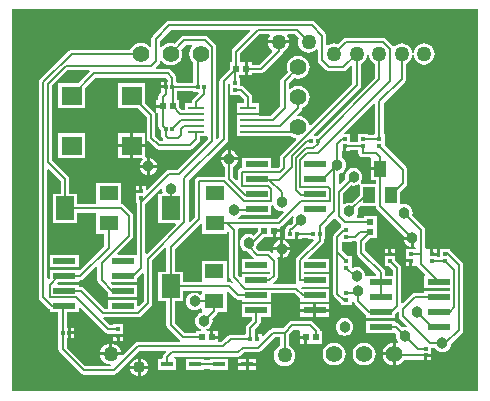
<source format=gtl>
G04 Layer_Physical_Order=1*
G04 Layer_Color=255*
%FSLAX24Y24*%
%MOIN*%
G70*
G01*
G75*
%ADD10R,0.0780X0.0210*%
%ADD11R,0.0708X0.0629*%
%ADD12R,0.0142X0.0134*%
%ADD13R,0.0213X0.0236*%
%ADD14R,0.0630X0.0512*%
%ADD15R,0.0630X0.0787*%
%ADD16R,0.0134X0.0142*%
%ADD17R,0.0520X0.0110*%
%ADD18R,0.0236X0.0213*%
%ADD19R,0.0394X0.0551*%
%ADD20R,0.0409X0.0181*%
%ADD21C,0.0080*%
%ADD22C,0.0550*%
%ADD23C,0.0500*%
%ADD24C,0.0380*%
%ADD25C,0.0400*%
G36*
X0Y0D02*
X-15550D01*
Y12750D01*
X0D01*
Y0D01*
D02*
G37*
%LPC*%
G36*
X-5789Y1750D02*
X-5945D01*
Y1582D01*
X-5789D01*
Y1750D01*
D02*
G37*
G36*
X-8668Y2018D02*
X-8824D01*
Y1850D01*
X-8668D01*
Y2018D01*
D02*
G37*
G36*
X-2850Y1622D02*
X-2898Y1615D01*
X-2989Y1578D01*
X-3067Y1517D01*
X-3128Y1439D01*
X-3165Y1348D01*
X-3172Y1300D01*
X-2850D01*
Y1622D01*
D02*
G37*
G36*
X-1579Y1150D02*
X-1700D01*
Y1033D01*
X-1579D01*
Y1150D01*
D02*
G37*
G36*
X-8332Y1091D02*
X-8942D01*
Y1043D01*
X-9127D01*
Y1091D01*
X-9736D01*
Y709D01*
X-9127D01*
Y757D01*
X-8942D01*
Y709D01*
X-8332D01*
Y1091D01*
D02*
G37*
G36*
X-4450Y2442D02*
X-4526Y2433D01*
X-4596Y2403D01*
X-4657Y2357D01*
X-4703Y2296D01*
X-4733Y2226D01*
X-4742Y2150D01*
X-4733Y2074D01*
X-4703Y2004D01*
X-4657Y1943D01*
X-4596Y1897D01*
X-4526Y1867D01*
X-4450Y1857D01*
X-4374Y1867D01*
X-4304Y1897D01*
X-4243Y1943D01*
X-4197Y2004D01*
X-4167Y2074D01*
X-4157Y2150D01*
X-4167Y2226D01*
X-4197Y2296D01*
X-4243Y2357D01*
X-4304Y2403D01*
X-4374Y2433D01*
X-4450Y2442D01*
D02*
G37*
G36*
X-4963Y2905D02*
X-5403D01*
Y2750D01*
X-4963D01*
Y2905D01*
D02*
G37*
G36*
X-1500Y4737D02*
Y4620D01*
X-1379D01*
Y4737D01*
X-1500D01*
D02*
G37*
G36*
X-5503Y2905D02*
X-5943D01*
Y2750D01*
X-5503D01*
Y2905D01*
D02*
G37*
G36*
Y2650D02*
X-5943D01*
Y2495D01*
X-5503D01*
Y2650D01*
D02*
G37*
G36*
X-4963D02*
X-5403D01*
Y2495D01*
X-4963D01*
Y2650D01*
D02*
G37*
G36*
X-7395Y1091D02*
X-7650D01*
Y950D01*
X-7395D01*
Y1091D01*
D02*
G37*
G36*
X-7750Y850D02*
X-8005D01*
Y709D01*
X-7750D01*
Y850D01*
D02*
G37*
G36*
X-7395D02*
X-7650D01*
Y709D01*
X-7395D01*
Y850D01*
D02*
G37*
G36*
X-11004Y750D02*
X-11250D01*
Y504D01*
X-11222Y508D01*
X-11149Y538D01*
X-11086Y586D01*
X-11038Y649D01*
X-11008Y722D01*
X-11004Y750D01*
D02*
G37*
G36*
X-5550Y12343D02*
X-5550Y12343D01*
X-10300D01*
X-10300Y12343D01*
X-10355Y12332D01*
X-10401Y12301D01*
X-10401Y12301D01*
X-10851Y11851D01*
X-10882Y11805D01*
X-10893Y11750D01*
X-10893Y11750D01*
Y11483D01*
X-10943Y11466D01*
X-10983Y11517D01*
X-11061Y11578D01*
X-11152Y11615D01*
X-11250Y11628D01*
X-11348Y11615D01*
X-11439Y11578D01*
X-11517Y11517D01*
X-11578Y11439D01*
X-11597Y11393D01*
X-13550D01*
X-13550Y11393D01*
X-13605Y11382D01*
X-13651Y11351D01*
X-13651Y11351D01*
X-14601Y10401D01*
X-14632Y10355D01*
X-14643Y10300D01*
X-14643Y10300D01*
Y3150D01*
X-14643Y3150D01*
X-14632Y3095D01*
X-14601Y3049D01*
X-14301Y2749D01*
X-14301Y2749D01*
X-14283Y2737D01*
Y2645D01*
X-13993D01*
Y2121D01*
X-14017D01*
Y1779D01*
X-13993D01*
Y1400D01*
X-13993Y1400D01*
X-13982Y1345D01*
X-13951Y1299D01*
X-13251Y599D01*
X-13251Y599D01*
X-13205Y568D01*
X-13150Y557D01*
X-12150D01*
X-12150Y557D01*
X-12095Y568D01*
X-12049Y599D01*
X-11291Y1357D01*
X-10410D01*
X-10391Y1311D01*
X-10469Y1232D01*
X-10500Y1186D01*
X-10511Y1132D01*
X-10539Y1091D01*
X-10673D01*
Y709D01*
X-10064D01*
Y1091D01*
X-10104D01*
X-10129Y1141D01*
X-10117Y1157D01*
X-8000D01*
X-8000Y1157D01*
X-7945Y1168D01*
X-7899Y1199D01*
X-7791Y1307D01*
X-7349D01*
X-7349Y1307D01*
X-7294Y1318D01*
X-7248Y1349D01*
X-6780Y1817D01*
X-6593D01*
Y1520D01*
X-6627Y1506D01*
X-6700Y1450D01*
X-6756Y1377D01*
X-6791Y1291D01*
X-6803Y1200D01*
X-6791Y1109D01*
X-6756Y1023D01*
X-6700Y950D01*
X-6627Y894D01*
X-6541Y859D01*
X-6450Y847D01*
X-6359Y859D01*
X-6273Y894D01*
X-6200Y950D01*
X-6144Y1023D01*
X-6109Y1109D01*
X-6097Y1200D01*
X-6109Y1291D01*
X-6144Y1377D01*
X-6200Y1450D01*
X-6273Y1506D01*
X-6307Y1520D01*
Y1900D01*
X-6150Y2057D01*
X-5971D01*
X-5945Y2018D01*
Y1850D01*
X-5739D01*
Y1800D01*
X-5689D01*
Y1582D01*
X-5194D01*
Y2018D01*
X-5261D01*
X-5268Y2055D01*
X-5299Y2101D01*
X-5299Y2101D01*
X-5499Y2301D01*
X-5545Y2332D01*
X-5600Y2343D01*
X-5600Y2343D01*
X-6210D01*
X-6210Y2343D01*
X-6264Y2332D01*
X-6310Y2301D01*
X-6310Y2301D01*
X-6509Y2102D01*
X-6839D01*
X-6839Y2102D01*
X-6894Y2091D01*
X-6940Y2060D01*
X-6940Y2060D01*
X-7160Y1841D01*
X-7206Y1860D01*
Y1921D01*
X-7323D01*
Y1750D01*
X-7423D01*
Y1921D01*
X-7451D01*
Y2061D01*
X-7292Y2219D01*
X-7292Y2219D01*
X-7261Y2265D01*
X-7251Y2320D01*
X-7251Y2320D01*
Y2495D01*
X-6903D01*
Y2905D01*
X-7883D01*
Y2495D01*
X-7536D01*
Y2379D01*
X-7694Y2221D01*
X-7725Y2175D01*
X-7736Y2120D01*
X-7736Y2120D01*
Y1921D01*
X-7760D01*
Y1893D01*
X-8250D01*
X-8305Y1882D01*
X-8351Y1851D01*
X-8351Y1851D01*
X-8559Y1643D01*
X-8668D01*
Y1750D01*
X-8874D01*
Y1800D01*
X-8924D01*
Y2018D01*
X-9046D01*
X-9056Y2068D01*
X-8999Y2092D01*
X-8938Y2138D01*
X-8892Y2199D01*
X-8862Y2269D01*
X-8852Y2345D01*
X-8862Y2421D01*
X-8864Y2424D01*
X-8692Y2596D01*
X-8692Y2596D01*
X-8661Y2642D01*
X-8661Y2644D01*
X-8378D01*
Y3306D01*
X-8328Y3326D01*
X-8101Y3099D01*
X-8101Y3099D01*
X-8055Y3068D01*
X-8000Y3057D01*
X-8000Y3057D01*
X-7883D01*
Y2995D01*
X-6903D01*
Y3287D01*
X-6142D01*
X-5954Y3099D01*
X-5954Y3099D01*
X-5943Y3092D01*
Y2995D01*
X-4963D01*
Y3405D01*
X-5856D01*
X-5896Y3445D01*
X-5876Y3495D01*
X-4963D01*
Y3905D01*
X-5801D01*
Y3995D01*
X-4963D01*
Y4405D01*
X-5637D01*
X-5656Y4451D01*
X-5179Y4929D01*
X-5179Y4929D01*
X-5148Y4975D01*
X-5137Y5030D01*
X-5137Y5030D01*
Y5079D01*
X-5113D01*
Y5421D01*
X-5113D01*
X-5117Y5471D01*
X-4822Y5766D01*
X-4758Y5760D01*
X-4751Y5749D01*
X-4582Y5580D01*
X-4564Y5537D01*
X-4564Y5537D01*
Y5483D01*
X-4581Y5471D01*
X-4581Y5471D01*
X-4791Y5261D01*
X-4822Y5215D01*
X-4833Y5160D01*
X-4833Y5160D01*
Y4657D01*
X-4834Y4648D01*
X-4833Y4640D01*
Y3260D01*
X-4833Y3260D01*
X-4822Y3205D01*
X-4791Y3159D01*
X-4581Y2949D01*
X-4581Y2949D01*
X-4564Y2938D01*
Y2883D01*
X-4222D01*
Y3053D01*
X-4219Y3057D01*
X-4172Y3076D01*
X-4164Y3067D01*
Y3021D01*
X-4164Y3021D01*
X-4153Y2966D01*
X-4122Y2920D01*
X-3751Y2549D01*
X-3751Y2549D01*
X-3740Y2542D01*
Y2445D01*
X-2760D01*
Y2588D01*
X-2689Y2659D01*
X-2643Y2640D01*
Y2500D01*
X-2643Y2500D01*
X-2632Y2445D01*
X-2601Y2399D01*
X-2386Y2185D01*
X-2410Y2137D01*
X-2450Y2142D01*
X-2526Y2133D01*
X-2529Y2131D01*
X-2649Y2251D01*
X-2695Y2282D01*
X-2750Y2293D01*
X-2760Y2342D01*
Y2355D01*
X-3740D01*
Y1945D01*
X-2779D01*
X-2772Y1942D01*
X-2735Y1905D01*
X-2743Y1850D01*
X-2733Y1774D01*
X-2703Y1704D01*
X-2665Y1654D01*
X-2697Y1613D01*
X-2702Y1615D01*
X-2750Y1622D01*
Y1250D01*
Y878D01*
X-2702Y885D01*
X-2611Y922D01*
X-2533Y983D01*
X-2475Y1057D01*
X-1921D01*
Y1033D01*
X-1800D01*
Y1200D01*
X-1750D01*
Y1250D01*
X-1579D01*
Y1457D01*
X-1455D01*
X-1453Y1454D01*
X-1407Y1393D01*
X-1346Y1347D01*
X-1276Y1317D01*
X-1200Y1308D01*
X-1124Y1317D01*
X-1054Y1347D01*
X-993Y1393D01*
X-947Y1454D01*
X-917Y1524D01*
X-909Y1589D01*
X-549Y1949D01*
X-549Y1949D01*
X-518Y1995D01*
X-507Y2050D01*
X-507Y2050D01*
Y4200D01*
X-518Y4255D01*
X-549Y4301D01*
X-549Y4301D01*
X-929Y4681D01*
Y4737D01*
X-1023D01*
X-1050Y4743D01*
X-1077Y4737D01*
X-1271D01*
Y4493D01*
X-1379D01*
Y4520D01*
X-1550D01*
Y4570D01*
X-1600D01*
Y4737D01*
X-1721D01*
X-1757Y4770D01*
Y5380D01*
X-1757Y5380D01*
X-1768Y5435D01*
X-1799Y5481D01*
X-1799Y5481D01*
X-2199Y5881D01*
X-2197Y5884D01*
X-2188Y5960D01*
X-2197Y6036D01*
X-2227Y6106D01*
X-2273Y6167D01*
X-2334Y6213D01*
X-2404Y6243D01*
X-2480Y6252D01*
X-2553Y6243D01*
X-2566Y6243D01*
X-2603Y6268D01*
Y6645D01*
X-2399Y6849D01*
X-2399Y6849D01*
X-2368Y6895D01*
X-2357Y6950D01*
Y7386D01*
X-2357Y7386D01*
X-2368Y7441D01*
X-2399Y7487D01*
X-2399Y7487D01*
X-3122Y8211D01*
Y8567D01*
X-3151D01*
Y9621D01*
X-2449Y10322D01*
X-2418Y10369D01*
X-2407Y10423D01*
X-2407Y10423D01*
Y10930D01*
X-2373Y10944D01*
X-2300Y11000D01*
X-2244Y11073D01*
X-2209Y11159D01*
X-2200Y11225D01*
X-2200Y11225D01*
X-2150D01*
X-2150Y11225D01*
X-2141Y11159D01*
X-2106Y11073D01*
X-2050Y11000D01*
X-1977Y10944D01*
X-1891Y10909D01*
X-1800Y10897D01*
X-1709Y10909D01*
X-1623Y10944D01*
X-1550Y11000D01*
X-1494Y11073D01*
X-1459Y11159D01*
X-1447Y11250D01*
X-1459Y11341D01*
X-1494Y11427D01*
X-1550Y11500D01*
X-1623Y11556D01*
X-1709Y11591D01*
X-1800Y11603D01*
X-1891Y11591D01*
X-1977Y11556D01*
X-2050Y11500D01*
X-2106Y11427D01*
X-2141Y11341D01*
X-2150Y11275D01*
X-2150Y11275D01*
X-2200D01*
X-2200Y11275D01*
X-2209Y11341D01*
X-2244Y11427D01*
X-2300Y11500D01*
X-2373Y11556D01*
X-2459Y11591D01*
X-2550Y11603D01*
X-2641Y11591D01*
X-2727Y11556D01*
X-2779Y11516D01*
X-2836Y11519D01*
X-2844Y11524D01*
X-2849Y11531D01*
X-3069Y11751D01*
X-3115Y11782D01*
X-3170Y11793D01*
X-3170Y11793D01*
X-4400D01*
X-4455Y11782D01*
X-4501Y11751D01*
X-4501Y11751D01*
X-4675Y11577D01*
X-4709Y11591D01*
X-4800Y11603D01*
X-4891Y11591D01*
X-4977Y11556D01*
X-5007Y11532D01*
X-5057Y11557D01*
Y11850D01*
X-5057Y11850D01*
X-5068Y11905D01*
X-5099Y11951D01*
X-5099Y11951D01*
X-5449Y12301D01*
X-5495Y12332D01*
X-5550Y12343D01*
D02*
G37*
G36*
X-11350Y750D02*
X-11596D01*
X-11592Y722D01*
X-11562Y649D01*
X-11514Y586D01*
X-11451Y538D01*
X-11378Y508D01*
X-11350Y504D01*
Y750D01*
D02*
G37*
G36*
Y1096D02*
X-11378Y1092D01*
X-11451Y1062D01*
X-11514Y1014D01*
X-11562Y951D01*
X-11592Y878D01*
X-11596Y850D01*
X-11350D01*
Y1096D01*
D02*
G37*
G36*
X-3800Y1628D02*
X-3898Y1615D01*
X-3989Y1578D01*
X-4067Y1517D01*
X-4128Y1439D01*
X-4165Y1348D01*
X-4178Y1250D01*
X-4165Y1152D01*
X-4128Y1061D01*
X-4067Y983D01*
X-3989Y922D01*
X-3898Y885D01*
X-3800Y872D01*
X-3702Y885D01*
X-3611Y922D01*
X-3533Y983D01*
X-3472Y1061D01*
X-3435Y1152D01*
X-3422Y1250D01*
X-3435Y1348D01*
X-3472Y1439D01*
X-3533Y1517D01*
X-3611Y1578D01*
X-3702Y1615D01*
X-3800Y1628D01*
D02*
G37*
G36*
X-2850Y1200D02*
X-3172D01*
X-3165Y1152D01*
X-3128Y1061D01*
X-3067Y983D01*
X-2989Y922D01*
X-2898Y885D01*
X-2850Y878D01*
Y1200D01*
D02*
G37*
G36*
X-4800Y1628D02*
X-4898Y1615D01*
X-4989Y1578D01*
X-5067Y1517D01*
X-5128Y1439D01*
X-5165Y1348D01*
X-5178Y1250D01*
X-5165Y1152D01*
X-5128Y1061D01*
X-5067Y983D01*
X-4989Y922D01*
X-4898Y885D01*
X-4800Y872D01*
X-4702Y885D01*
X-4611Y922D01*
X-4533Y983D01*
X-4472Y1061D01*
X-4435Y1152D01*
X-4422Y1250D01*
X-4435Y1348D01*
X-4472Y1439D01*
X-4533Y1517D01*
X-4611Y1578D01*
X-4702Y1615D01*
X-4800Y1628D01*
D02*
G37*
G36*
X-7750Y1091D02*
X-8005D01*
Y950D01*
X-7750D01*
Y1091D01*
D02*
G37*
G36*
X-11250Y1096D02*
Y850D01*
X-11004D01*
X-11008Y878D01*
X-11038Y951D01*
X-11086Y1014D01*
X-11149Y1062D01*
X-11222Y1092D01*
X-11250Y1096D01*
D02*
G37*
%LPD*%
G36*
X-13914Y7013D02*
Y6594D01*
X-14187D01*
Y5606D01*
X-13357D01*
Y5957D01*
X-12779D01*
X-12730Y5956D01*
Y5244D01*
X-12458D01*
Y4854D01*
X-13270Y4041D01*
X-13303Y4055D01*
Y4055D01*
X-14283D01*
Y3772D01*
X-14308Y3752D01*
X-14357Y3775D01*
Y7390D01*
X-14311Y7409D01*
X-13914Y7013D01*
D02*
G37*
G36*
X-6152Y5826D02*
X-6173Y5776D01*
X-6183Y5700D01*
X-6173Y5624D01*
X-6171Y5621D01*
X-6249Y5543D01*
X-6270D01*
X-6325Y5532D01*
X-6371Y5501D01*
X-6402Y5455D01*
X-6409Y5421D01*
X-6437D01*
Y5079D01*
X-6100D01*
Y5250D01*
X-6000D01*
Y5079D01*
X-5883D01*
Y5107D01*
X-5667D01*
Y5079D01*
X-5498D01*
X-5478Y5033D01*
X-6044Y4467D01*
X-6075Y4421D01*
X-6086Y4366D01*
X-6086Y4366D01*
Y3700D01*
X-6075Y3645D01*
X-6057Y3619D01*
X-6078Y3581D01*
X-6087Y3573D01*
X-6815D01*
X-6835Y3623D01*
X-6699Y3759D01*
X-6699Y3759D01*
X-6668Y3805D01*
X-6657Y3860D01*
X-6657Y3860D01*
Y4350D01*
X-6657Y4350D01*
X-6668Y4405D01*
X-6692Y4441D01*
X-6670Y4476D01*
X-6662Y4483D01*
X-6626Y4467D01*
X-6600Y4464D01*
Y4700D01*
X-6836D01*
X-6833Y4674D01*
X-6819Y4642D01*
X-6861Y4613D01*
X-6899Y4651D01*
X-6945Y4682D01*
X-7000Y4693D01*
X-7000Y4693D01*
X-7302D01*
X-7404Y4794D01*
X-7397Y4804D01*
X-7367Y4874D01*
X-7361Y4926D01*
X-7155Y5132D01*
X-6850D01*
Y5350D01*
X-6800D01*
Y5400D01*
X-6594D01*
Y5469D01*
X-6549Y5499D01*
X-6194Y5854D01*
X-6152Y5826D01*
D02*
G37*
G36*
X-10534Y6744D02*
X-10526Y6684D01*
X-10509Y6644D01*
X-10542Y6594D01*
X-10658D01*
Y5606D01*
X-10101D01*
X-10082Y5560D01*
X-11054Y4588D01*
X-11101Y4607D01*
Y6248D01*
X-10582Y6766D01*
X-10534Y6744D01*
D02*
G37*
G36*
X-9202Y5581D02*
Y5244D01*
X-8372D01*
Y5324D01*
X-8325Y5344D01*
X-8293Y5311D01*
Y3820D01*
X-8293Y3820D01*
X-8282Y3765D01*
X-8251Y3719D01*
X-8181Y3649D01*
X-8212Y3610D01*
X-8245Y3632D01*
X-8300Y3643D01*
X-8300Y3643D01*
X-8329D01*
X-8378Y3644D01*
X-8378Y3693D01*
Y4356D01*
X-9208D01*
X-9208Y3644D01*
X-9258Y3643D01*
X-9835D01*
Y3994D01*
X-10107D01*
Y4741D01*
X-9248Y5600D01*
X-9202Y5581D01*
D02*
G37*
G36*
X-12693Y4150D02*
Y3700D01*
X-12693Y3700D01*
X-12682Y3645D01*
X-12651Y3599D01*
X-12343Y3291D01*
Y3145D01*
X-11363D01*
Y3555D01*
X-12203D01*
X-12247Y3599D01*
X-12228Y3645D01*
X-11363D01*
Y3785D01*
X-11199Y3949D01*
X-11153Y3930D01*
Y3009D01*
X-11317Y2845D01*
X-11363Y2864D01*
Y3055D01*
X-12343D01*
Y2763D01*
X-12451D01*
X-13139Y3451D01*
X-13185Y3482D01*
X-13240Y3493D01*
X-13240Y3493D01*
X-13303D01*
Y3555D01*
X-14021D01*
X-14040Y3601D01*
X-13996Y3645D01*
X-13303D01*
Y3688D01*
X-13260Y3707D01*
X-13205Y3718D01*
X-13159Y3749D01*
X-12739Y4169D01*
X-12693Y4150D01*
D02*
G37*
G36*
X-10393Y4775D02*
Y3994D01*
X-10665D01*
Y3006D01*
X-10393D01*
Y2210D01*
X-10393Y2210D01*
X-10382Y2155D01*
X-10351Y2109D01*
X-9941Y1699D01*
X-9941Y1699D01*
X-9931Y1693D01*
X-9947Y1643D01*
X-11350D01*
X-11350Y1643D01*
X-11405Y1632D01*
X-11451Y1601D01*
X-11451Y1601D01*
X-11853Y1199D01*
X-11856Y1200D01*
X-12596D01*
X-12591Y1159D01*
X-12556Y1073D01*
X-12500Y1000D01*
X-12427Y944D01*
X-12341Y909D01*
X-12272Y900D01*
X-12246Y855D01*
X-12246Y848D01*
X-12249Y843D01*
X-13091D01*
X-13707Y1459D01*
Y1779D01*
X-13680D01*
Y1950D01*
Y2121D01*
X-13707D01*
Y2645D01*
X-13303D01*
Y2766D01*
X-13257Y2785D01*
X-12441Y1970D01*
X-12441Y1970D01*
X-12395Y1939D01*
X-12340Y1928D01*
X-12340Y1928D01*
X-12171D01*
Y1900D01*
X-12000D01*
X-11829D01*
Y1904D01*
Y2237D01*
X-12171D01*
Y2213D01*
X-12281D01*
X-12495Y2427D01*
X-12475Y2477D01*
X-11340D01*
X-11340Y2477D01*
X-11285Y2488D01*
X-11239Y2519D01*
X-10909Y2849D01*
X-10909Y2849D01*
X-10878Y2895D01*
X-10867Y2950D01*
Y4371D01*
X-10443Y4795D01*
X-10393Y4775D01*
D02*
G37*
G36*
X-9208Y3356D02*
X-9208Y3239D01*
X-9258Y3218D01*
X-9304Y3253D01*
X-9374Y3283D01*
X-9450Y3293D01*
X-9526Y3283D01*
X-9596Y3253D01*
X-9657Y3207D01*
X-9703Y3146D01*
X-9733Y3076D01*
X-9743Y3000D01*
X-9733Y2924D01*
X-9703Y2854D01*
X-9657Y2793D01*
X-9596Y2747D01*
X-9526Y2717D01*
X-9450Y2707D01*
X-9374Y2717D01*
X-9304Y2747D01*
X-9258Y2782D01*
X-9208Y2761D01*
Y2644D01*
X-9247Y2617D01*
X-9291Y2598D01*
X-9352Y2552D01*
X-9398Y2491D01*
X-9428Y2421D01*
X-9438Y2345D01*
X-9428Y2269D01*
X-9398Y2199D01*
X-9352Y2138D01*
X-9291Y2092D01*
X-9234Y2068D01*
X-9244Y2018D01*
X-9419D01*
Y1943D01*
X-9781D01*
X-10107Y2269D01*
Y3006D01*
X-9835D01*
Y3357D01*
X-9258D01*
X-9208Y3356D01*
D02*
G37*
G36*
X-3417Y6174D02*
X-3406Y6119D01*
X-3375Y6073D01*
X-2481Y5179D01*
X-2483Y5176D01*
X-2486Y5150D01*
X-2200D01*
Y5100D01*
X-2150D01*
Y4814D01*
X-2124Y4817D01*
X-2109Y4824D01*
X-2063Y4795D01*
X-2063Y4781D01*
X-2105Y4737D01*
X-2421D01*
Y4404D01*
Y4400D01*
X-2250D01*
Y4350D01*
X-2200D01*
Y4183D01*
X-2079D01*
Y4183D01*
X-2056Y4184D01*
X-2030Y4182D01*
X-2001Y4139D01*
X-1763Y3901D01*
X-1782Y3855D01*
X-1800D01*
Y3445D01*
X-943D01*
Y3355D01*
X-1800D01*
Y3293D01*
X-2100D01*
X-2155Y3282D01*
X-2201Y3251D01*
X-2201Y3251D01*
X-2511Y2941D01*
X-2557Y2960D01*
Y4100D01*
X-2568Y4155D01*
X-2599Y4201D01*
X-2599Y4201D01*
X-2779Y4381D01*
Y4520D01*
X-2950D01*
X-3121D01*
Y4404D01*
Y4183D01*
X-2985D01*
X-2843Y4041D01*
Y3855D01*
X-3107D01*
Y3980D01*
X-3107Y3980D01*
X-3118Y4034D01*
X-3149Y4080D01*
X-3149Y4080D01*
X-3757Y4689D01*
Y4952D01*
X-3604Y5105D01*
X-3382D01*
Y5444D01*
Y5856D01*
X-3818D01*
Y5793D01*
X-4030D01*
X-4055Y5843D01*
X-4047Y5854D01*
X-4017Y5924D01*
X-4008Y6000D01*
X-4017Y6076D01*
X-4019Y6079D01*
X-3924Y6174D01*
X-3464D01*
X-3417Y6174D01*
D02*
G37*
G36*
X-7591Y12011D02*
X-8170Y11432D01*
X-8201Y11385D01*
X-8212Y11331D01*
X-8212Y11331D01*
Y10968D01*
X-8276D01*
Y10746D01*
X-8581Y10440D01*
X-8612Y10394D01*
X-8623Y10339D01*
X-8623Y10339D01*
Y8469D01*
X-8681Y8411D01*
X-8727Y8430D01*
Y11470D01*
X-8727Y11470D01*
X-8738Y11525D01*
X-8769Y11571D01*
X-8769Y11571D01*
X-8999Y11801D01*
X-9045Y11832D01*
X-9100Y11843D01*
X-9100Y11843D01*
X-9800D01*
X-9800Y11843D01*
X-9855Y11832D01*
X-9901Y11801D01*
X-9901Y11801D01*
X-10106Y11596D01*
X-10152Y11615D01*
X-10250Y11628D01*
X-10348Y11615D01*
X-10439Y11578D01*
X-10517Y11517D01*
X-10557Y11466D01*
X-10607Y11483D01*
Y11691D01*
X-10241Y12057D01*
X-7610D01*
X-7591Y12011D01*
D02*
G37*
G36*
X-4043Y4968D02*
Y4630D01*
X-4043Y4630D01*
X-4032Y4575D01*
X-4001Y4529D01*
X-3393Y3920D01*
Y3855D01*
X-3740D01*
X-3763Y3895D01*
X-3767Y3926D01*
X-3797Y3996D01*
X-3843Y4057D01*
X-3904Y4103D01*
X-3974Y4133D01*
X-4050Y4142D01*
X-4126Y4133D01*
X-4174Y4112D01*
X-4222Y4161D01*
Y4517D01*
X-4358D01*
X-4547Y4706D01*
Y4983D01*
X-4222D01*
Y5007D01*
X-4100D01*
X-4100Y5007D01*
X-4093Y5009D01*
X-4043Y4968D01*
D02*
G37*
G36*
X-3641Y11159D02*
X-3606Y11073D01*
X-3550Y11000D01*
X-3477Y10944D01*
X-3443Y10930D01*
Y10459D01*
X-5381Y8521D01*
X-5462D01*
X-5481Y8567D01*
X-3949Y10099D01*
X-3918Y10145D01*
X-3907Y10200D01*
X-3907Y10200D01*
Y10930D01*
X-3873Y10944D01*
X-3800Y11000D01*
X-3744Y11073D01*
X-3709Y11159D01*
X-3700Y11225D01*
X-3650D01*
X-3641Y11159D01*
D02*
G37*
G36*
X-7345Y5346D02*
X-7494Y5196D01*
X-7504Y5203D01*
X-7574Y5233D01*
X-7650Y5242D01*
X-7726Y5233D01*
X-7796Y5203D01*
X-7857Y5157D01*
X-7903Y5096D01*
X-7933Y5026D01*
X-7943Y4950D01*
X-7933Y4874D01*
X-7903Y4804D01*
X-7857Y4743D01*
X-7796Y4697D01*
X-7726Y4667D01*
X-7674Y4661D01*
X-7468Y4455D01*
X-7472Y4431D01*
X-7486Y4405D01*
X-7883D01*
Y3995D01*
X-6943D01*
Y3919D01*
X-6957Y3905D01*
X-7883D01*
Y3821D01*
X-7929Y3801D01*
X-8007Y3879D01*
Y5370D01*
X-8007Y5370D01*
X-8015Y5407D01*
X-7984Y5457D01*
X-7345D01*
Y5346D01*
D02*
G37*
G36*
X-4400Y8013D02*
X-4279D01*
Y8037D01*
X-4021D01*
Y8013D01*
X-3993D01*
Y7950D01*
X-3982Y7895D01*
X-3951Y7849D01*
X-3905Y7818D01*
X-3850Y7807D01*
X-3614D01*
X-3571Y7792D01*
Y7466D01*
X-3274D01*
Y7366D01*
X-3571D01*
Y7041D01*
X-3417D01*
Y6926D01*
X-3894D01*
X-3918Y6976D01*
X-3897Y7004D01*
X-3867Y7074D01*
X-3857Y7150D01*
X-3867Y7226D01*
X-3897Y7296D01*
X-3943Y7357D01*
X-4004Y7403D01*
X-4074Y7433D01*
X-4150Y7442D01*
X-4226Y7433D01*
X-4296Y7403D01*
X-4357Y7357D01*
X-4403Y7296D01*
X-4433Y7226D01*
X-4442Y7150D01*
X-4433Y7074D01*
X-4431Y7071D01*
X-4601Y6901D01*
X-4647Y6920D01*
Y7263D01*
X-4614Y7267D01*
X-4544Y7297D01*
X-4483Y7343D01*
X-4437Y7404D01*
X-4407Y7474D01*
X-4397Y7550D01*
X-4407Y7626D01*
X-4437Y7696D01*
X-4483Y7757D01*
X-4544Y7803D01*
X-4547Y7805D01*
Y8013D01*
X-4500D01*
Y8180D01*
X-4400D01*
Y8013D01*
D02*
G37*
G36*
X-3945Y6879D02*
Y6557D01*
X-4221Y6281D01*
X-4224Y6283D01*
X-4300Y6292D01*
X-4376Y6283D01*
X-4446Y6253D01*
X-4457Y6245D01*
X-4507Y6270D01*
Y6591D01*
X-4229Y6869D01*
X-4226Y6867D01*
X-4150Y6858D01*
X-4074Y6867D01*
X-4004Y6897D01*
X-3995Y6903D01*
X-3945Y6879D01*
D02*
G37*
G36*
X-6824Y6205D02*
X-6803Y6154D01*
X-6757Y6093D01*
X-6696Y6047D01*
X-6626Y6017D01*
X-6550Y6008D01*
X-6510Y6013D01*
X-6486Y5965D01*
X-6709Y5743D01*
X-7993D01*
X-8003Y5793D01*
X-7994Y5797D01*
X-7933Y5843D01*
X-7916Y5865D01*
X-7870Y5875D01*
X-7870Y5875D01*
X-6890D01*
Y6197D01*
X-6835Y6208D01*
X-6824Y6205D01*
D02*
G37*
G36*
X-9525Y11507D02*
X-9578Y11439D01*
X-9615Y11348D01*
X-9628Y11250D01*
X-9615Y11152D01*
X-9578Y11061D01*
X-9517Y10983D01*
X-9493Y10964D01*
Y10321D01*
X-9517D01*
Y10293D01*
X-10033D01*
Y10321D01*
X-10057D01*
Y10450D01*
X-10057Y10450D01*
X-10068Y10505D01*
X-10099Y10551D01*
X-10249Y10701D01*
X-10295Y10732D01*
X-10350Y10743D01*
X-10350Y10743D01*
X-10735D01*
X-10755Y10793D01*
X-10649Y10899D01*
X-10618Y10945D01*
X-10607Y11000D01*
X-10607Y11000D01*
Y11017D01*
X-10557Y11034D01*
X-10517Y10983D01*
X-10439Y10922D01*
X-10348Y10885D01*
X-10250Y10872D01*
X-10152Y10885D01*
X-10061Y10922D01*
X-9983Y10983D01*
X-9922Y11061D01*
X-9885Y11152D01*
X-9872Y11250D01*
X-9885Y11348D01*
X-9904Y11394D01*
X-9741Y11557D01*
X-9541D01*
X-9525Y11507D01*
D02*
G37*
G36*
X-5977Y11775D02*
X-5991Y11741D01*
X-6003Y11650D01*
X-5991Y11559D01*
X-5956Y11473D01*
X-5900Y11400D01*
X-5827Y11344D01*
X-5741Y11309D01*
X-5650Y11297D01*
X-5559Y11309D01*
X-5473Y11344D01*
X-5400Y11400D01*
X-5393Y11410D01*
X-5343Y11393D01*
Y11050D01*
X-5343Y11050D01*
X-5332Y10995D01*
X-5301Y10949D01*
X-5061Y10709D01*
X-5061Y10709D01*
X-5015Y10678D01*
X-4960Y10667D01*
X-4490D01*
X-4490Y10667D01*
X-4435Y10678D01*
X-4389Y10709D01*
X-4239Y10859D01*
X-4193Y10840D01*
Y10259D01*
X-5585Y8867D01*
X-5633Y8883D01*
X-5635Y8898D01*
X-5672Y8989D01*
X-5733Y9067D01*
X-5811Y9128D01*
X-5902Y9165D01*
X-5999Y9178D01*
X-6011Y9193D01*
X-6026Y9223D01*
X-5899Y9349D01*
X-5899Y9349D01*
X-5868Y9395D01*
X-5857Y9450D01*
Y9453D01*
X-5811Y9472D01*
X-5733Y9533D01*
X-5672Y9611D01*
X-5635Y9702D01*
X-5622Y9800D01*
X-5635Y9898D01*
X-5672Y9989D01*
X-5733Y10067D01*
X-5811Y10128D01*
X-5902Y10165D01*
X-6000Y10178D01*
X-6098Y10165D01*
X-6189Y10128D01*
X-6257Y10075D01*
X-6307Y10091D01*
Y10291D01*
X-6144Y10454D01*
X-6098Y10435D01*
X-6000Y10422D01*
X-5902Y10435D01*
X-5811Y10472D01*
X-5733Y10533D01*
X-5672Y10611D01*
X-5635Y10702D01*
X-5622Y10800D01*
X-5635Y10898D01*
X-5672Y10989D01*
X-5733Y11067D01*
X-5811Y11128D01*
X-5902Y11165D01*
X-6000Y11178D01*
X-6098Y11165D01*
X-6189Y11128D01*
X-6267Y11067D01*
X-6328Y10989D01*
X-6365Y10898D01*
X-6378Y10800D01*
X-6365Y10702D01*
X-6346Y10656D01*
X-6551Y10451D01*
X-6582Y10405D01*
X-6593Y10350D01*
X-6593Y10350D01*
Y9509D01*
X-6909Y9193D01*
X-7308D01*
Y9205D01*
X-8028D01*
Y8895D01*
Y8501D01*
X-7308D01*
Y8514D01*
X-6243D01*
X-6189Y8472D01*
X-6098Y8435D01*
X-6083Y8433D01*
X-6067Y8385D01*
X-6145Y8307D01*
X-6146Y8306D01*
X-6146Y8306D01*
X-6561Y7891D01*
X-6592Y7845D01*
X-6603Y7790D01*
X-6603Y7790D01*
Y7519D01*
X-6679Y7443D01*
X-6890D01*
Y7785D01*
X-7870D01*
Y7443D01*
X-7873D01*
X-7928Y7432D01*
X-7974Y7401D01*
X-8005Y7355D01*
X-8016Y7300D01*
Y7057D01*
X-8062Y7038D01*
X-8157Y7133D01*
Y7495D01*
X-8154Y7497D01*
X-8093Y7543D01*
X-8047Y7604D01*
X-8017Y7674D01*
X-8014Y7700D01*
X-8586D01*
X-8583Y7674D01*
X-8553Y7604D01*
X-8507Y7543D01*
X-8446Y7497D01*
X-8443Y7495D01*
Y7169D01*
X-8474Y7143D01*
X-8474Y7143D01*
X-9300D01*
X-9355Y7132D01*
X-9401Y7101D01*
X-9432Y7055D01*
X-9443Y7000D01*
Y5809D01*
X-9597Y5655D01*
X-9647Y5675D01*
Y7041D01*
X-8379Y8309D01*
X-8379Y8309D01*
X-8348Y8355D01*
X-8337Y8410D01*
X-8337Y8410D01*
Y10255D01*
X-8321Y10267D01*
X-8271Y10242D01*
Y9883D01*
X-7935D01*
X-7810Y9759D01*
Y9599D01*
X-8028D01*
Y9289D01*
Y9289D01*
X-7308D01*
Y9599D01*
X-7525D01*
Y9818D01*
X-7525Y9818D01*
X-7536Y9872D01*
X-7567Y9919D01*
X-7567Y9919D01*
X-7799Y10151D01*
X-7845Y10182D01*
X-7900Y10193D01*
X-7929Y10229D01*
Y10437D01*
X-7957D01*
Y10532D01*
X-7781D01*
Y10750D01*
Y10968D01*
X-7927D01*
Y11272D01*
X-7291Y11907D01*
X-6957D01*
X-6932Y11857D01*
X-6956Y11827D01*
X-6991Y11741D01*
X-6996Y11700D01*
X-6304D01*
X-6309Y11741D01*
X-6344Y11827D01*
X-6368Y11857D01*
X-6343Y11907D01*
X-6109D01*
X-5977Y11775D01*
D02*
G37*
G36*
X-12945Y10657D02*
X-13337Y10265D01*
X-14004D01*
Y9435D01*
X-13096D01*
Y10102D01*
X-12741Y10457D01*
X-10409D01*
X-10343Y10391D01*
Y10321D01*
X-10370D01*
Y10150D01*
X-10420D01*
Y10100D01*
X-10587D01*
Y9979D01*
X-10587Y9979D01*
X-10587D01*
X-10612Y9940D01*
X-10620Y9932D01*
X-10651Y9885D01*
X-10662Y9831D01*
X-10662Y9831D01*
Y9718D01*
X-10726D01*
Y9550D01*
X-10519D01*
Y9450D01*
X-10726D01*
Y9282D01*
X-10662D01*
Y8849D01*
X-10662Y8849D01*
X-10651Y8794D01*
X-10620Y8748D01*
X-10587Y8715D01*
Y8579D01*
X-10563D01*
Y8520D01*
X-10563Y8520D01*
X-10552Y8466D01*
X-10521Y8420D01*
X-10495Y8393D01*
X-10515Y8343D01*
X-10591D01*
X-10757Y8509D01*
Y9200D01*
X-10757Y9200D01*
X-10768Y9255D01*
X-10799Y9301D01*
X-10799Y9301D01*
X-11096Y9598D01*
Y10265D01*
X-12004D01*
Y9435D01*
X-11337D01*
X-11043Y9141D01*
Y8450D01*
X-11043Y8450D01*
X-11032Y8395D01*
X-11001Y8349D01*
X-10751Y8099D01*
X-10751Y8099D01*
X-10705Y8068D01*
X-10650Y8057D01*
X-9600D01*
X-9600Y8057D01*
X-9545Y8068D01*
X-9499Y8099D01*
X-9299Y8299D01*
X-9299Y8299D01*
X-9268Y8345D01*
X-9257Y8400D01*
X-9257Y8400D01*
Y8501D01*
X-9040D01*
X-9013Y8463D01*
Y8409D01*
X-10029Y7393D01*
X-10300D01*
X-10300Y7393D01*
X-10355Y7382D01*
X-10401Y7351D01*
X-10401Y7351D01*
X-11026Y6726D01*
X-11072Y6745D01*
Y6837D01*
X-11193D01*
Y6670D01*
X-11243D01*
Y6620D01*
X-11414D01*
Y6504D01*
Y6283D01*
X-11386D01*
Y4555D01*
X-12018D01*
X-12037Y4601D01*
X-11549Y5089D01*
X-11549Y5089D01*
X-11518Y5135D01*
X-11507Y5190D01*
X-11507Y5190D01*
Y5850D01*
X-11518Y5905D01*
X-11549Y5951D01*
X-11549Y5951D01*
X-11799Y6201D01*
X-11845Y6232D01*
X-11854Y6234D01*
X-11900Y6244D01*
X-11900Y6293D01*
Y6956D01*
X-12730D01*
X-12730Y6244D01*
X-12779Y6243D01*
X-13357D01*
Y6594D01*
X-13629D01*
Y7072D01*
X-13629Y7072D01*
X-13640Y7126D01*
X-13671Y7173D01*
X-13671Y7173D01*
X-14207Y7709D01*
Y10193D01*
X-13693Y10707D01*
X-12965D01*
X-12945Y10657D01*
D02*
G37*
G36*
X-3436Y9597D02*
Y8567D01*
X-3464D01*
Y8543D01*
X-3679D01*
Y8567D01*
X-4021D01*
Y8322D01*
X-4279D01*
Y8567D01*
X-4466D01*
X-4485Y8613D01*
X-3482Y9616D01*
X-3436Y9597D01*
D02*
G37*
G36*
X-9517Y9979D02*
X-9338D01*
X-9319Y9933D01*
X-9501Y9751D01*
X-9532Y9705D01*
X-9543Y9650D01*
X-9543Y9650D01*
Y9599D01*
X-9760D01*
Y9390D01*
X-9868D01*
X-9974Y9496D01*
Y9718D01*
X-10038D01*
Y9979D01*
X-10033D01*
Y10007D01*
X-9517D01*
Y9979D01*
D02*
G37*
%LPC*%
G36*
X-13303Y4555D02*
X-14283D01*
Y4145D01*
X-13303D01*
Y4555D01*
D02*
G37*
G36*
X-6500Y5036D02*
Y4800D01*
X-6264D01*
X-6267Y4826D01*
X-6297Y4896D01*
X-6343Y4957D01*
X-6404Y5003D01*
X-6474Y5033D01*
X-6500Y5036D01*
D02*
G37*
G36*
X-6600D02*
X-6626Y5033D01*
X-6696Y5003D01*
X-6757Y4957D01*
X-6803Y4896D01*
X-6833Y4826D01*
X-6836Y4800D01*
X-6600D01*
Y5036D01*
D02*
G37*
G36*
X-6264Y4700D02*
X-6500D01*
Y4464D01*
X-6474Y4467D01*
X-6404Y4497D01*
X-6343Y4543D01*
X-6297Y4604D01*
X-6267Y4674D01*
X-6264Y4700D01*
D02*
G37*
G36*
X-6594Y5300D02*
X-6750D01*
Y5132D01*
X-6594D01*
Y5300D01*
D02*
G37*
G36*
X-12200Y1596D02*
Y1300D01*
X-11904D01*
X-11909Y1341D01*
X-11944Y1427D01*
X-12000Y1500D01*
X-12073Y1556D01*
X-12159Y1591D01*
X-12200Y1596D01*
D02*
G37*
G36*
X-12300D02*
X-12341Y1591D01*
X-12427Y1556D01*
X-12500Y1500D01*
X-12556Y1427D01*
X-12591Y1341D01*
X-12596Y1300D01*
X-12300D01*
Y1596D01*
D02*
G37*
G36*
X-13463Y1900D02*
X-13580D01*
Y1779D01*
X-13463D01*
Y1900D01*
D02*
G37*
G36*
X-12050Y1800D02*
X-12171D01*
Y1683D01*
X-12050D01*
Y1800D01*
D02*
G37*
G36*
X-11829D02*
X-11950D01*
Y1683D01*
X-11829D01*
Y1800D01*
D02*
G37*
G36*
X-13463Y2121D02*
X-13580D01*
Y2000D01*
X-13463D01*
Y2121D01*
D02*
G37*
G36*
X-2300Y4300D02*
X-2421D01*
Y4183D01*
X-2300D01*
Y4300D01*
D02*
G37*
G36*
X-2250Y5050D02*
X-2486D01*
X-2483Y5024D01*
X-2453Y4954D01*
X-2407Y4893D01*
X-2346Y4847D01*
X-2276Y4817D01*
X-2250Y4814D01*
Y5050D01*
D02*
G37*
G36*
X-2779Y4737D02*
X-2900D01*
Y4620D01*
X-2779D01*
Y4737D01*
D02*
G37*
G36*
X-3000D02*
X-3121D01*
Y4620D01*
X-3000D01*
Y4737D01*
D02*
G37*
G36*
X-8350Y8036D02*
X-8376Y8033D01*
X-8446Y8003D01*
X-8507Y7957D01*
X-8553Y7896D01*
X-8583Y7826D01*
X-8586Y7800D01*
X-8350D01*
Y8036D01*
D02*
G37*
G36*
X-6304Y11600D02*
X-6996D01*
X-6991Y11559D01*
X-6956Y11473D01*
X-6900Y11400D01*
X-6874Y11381D01*
X-6871Y11331D01*
X-7309Y10893D01*
X-7524D01*
Y10968D01*
X-7681D01*
Y10750D01*
Y10532D01*
X-7524D01*
Y10607D01*
X-7250D01*
X-7250Y10607D01*
X-7195Y10618D01*
X-7149Y10649D01*
X-6549Y11249D01*
X-6549Y11249D01*
X-6518Y11295D01*
X-6512Y11329D01*
X-6473Y11344D01*
X-6400Y11400D01*
X-6344Y11473D01*
X-6309Y11559D01*
X-6304Y11600D01*
D02*
G37*
G36*
X-8250Y8036D02*
Y7800D01*
X-8014D01*
X-8017Y7826D01*
X-8047Y7896D01*
X-8093Y7957D01*
X-8154Y8003D01*
X-8224Y8033D01*
X-8250Y8036D01*
D02*
G37*
G36*
X-11600Y8147D02*
X-12004D01*
Y7782D01*
X-11600D01*
Y8147D01*
D02*
G37*
G36*
X-13096Y8612D02*
X-14004D01*
Y7782D01*
X-13096D01*
Y8612D01*
D02*
G37*
G36*
X-11096D02*
X-11500D01*
Y8247D01*
X-11096D01*
Y8612D01*
D02*
G37*
G36*
X-10470Y10321D02*
X-10587D01*
Y10200D01*
X-10470D01*
Y10321D01*
D02*
G37*
G36*
X-11600Y8612D02*
X-12004D01*
Y8247D01*
X-11600D01*
Y8612D01*
D02*
G37*
G36*
X-10950Y7786D02*
Y7550D01*
X-10714D01*
X-10717Y7576D01*
X-10747Y7646D01*
X-10793Y7707D01*
X-10854Y7753D01*
X-10924Y7783D01*
X-10950Y7786D01*
D02*
G37*
G36*
X-11096Y8147D02*
X-11500D01*
Y7782D01*
X-11190D01*
X-11173Y7732D01*
X-11207Y7707D01*
X-11253Y7646D01*
X-11283Y7576D01*
X-11286Y7550D01*
X-11050D01*
Y7789D01*
X-11093Y7822D01*
X-11096Y7828D01*
Y8147D01*
D02*
G37*
G36*
X-11050Y7450D02*
X-11286D01*
X-11283Y7424D01*
X-11253Y7354D01*
X-11207Y7293D01*
X-11146Y7247D01*
X-11076Y7217D01*
X-11050Y7214D01*
Y7450D01*
D02*
G37*
G36*
X-11293Y6837D02*
X-11414D01*
Y6720D01*
X-11293D01*
Y6837D01*
D02*
G37*
G36*
X-10714Y7450D02*
X-10950D01*
Y7214D01*
X-10924Y7217D01*
X-10854Y7247D01*
X-10793Y7293D01*
X-10747Y7354D01*
X-10717Y7424D01*
X-10714Y7450D01*
D02*
G37*
%LPD*%
D10*
X-3250Y3650D02*
D03*
Y3150D02*
D03*
Y2650D02*
D03*
Y2150D02*
D03*
X-1310D02*
D03*
Y2650D02*
D03*
Y3150D02*
D03*
Y3650D02*
D03*
X-5440Y7580D02*
D03*
Y7080D02*
D03*
Y6580D02*
D03*
Y6080D02*
D03*
X-7380D02*
D03*
Y6580D02*
D03*
Y7080D02*
D03*
Y7580D02*
D03*
X-5453Y4200D02*
D03*
Y3700D02*
D03*
Y3200D02*
D03*
Y2700D02*
D03*
X-7393D02*
D03*
Y3200D02*
D03*
Y3700D02*
D03*
Y4200D02*
D03*
X-11853Y4350D02*
D03*
Y3850D02*
D03*
Y3350D02*
D03*
Y2850D02*
D03*
X-13793D02*
D03*
Y3350D02*
D03*
Y3850D02*
D03*
Y4350D02*
D03*
D11*
X-13550Y9850D02*
D03*
X-11550Y8197D02*
D03*
Y9850D02*
D03*
X-13550Y8197D02*
D03*
D12*
X-8100Y10050D02*
D03*
Y10270D02*
D03*
X-2250Y4570D02*
D03*
Y4350D02*
D03*
X-1750Y1420D02*
D03*
Y1200D02*
D03*
X-4450Y8180D02*
D03*
Y8400D02*
D03*
X-11243Y6670D02*
D03*
Y6450D02*
D03*
X-3293Y8400D02*
D03*
Y8180D02*
D03*
X-3850D02*
D03*
Y8400D02*
D03*
X-12000Y1850D02*
D03*
Y2070D02*
D03*
X-4393Y4350D02*
D03*
Y4130D02*
D03*
Y5150D02*
D03*
Y5370D02*
D03*
X-1100Y4570D02*
D03*
Y4350D02*
D03*
X-4393Y3270D02*
D03*
Y3050D02*
D03*
X-2950Y4350D02*
D03*
Y4570D02*
D03*
X-1550Y4350D02*
D03*
Y4570D02*
D03*
D13*
X-8069Y10750D02*
D03*
X-7731D02*
D03*
X-6800Y5350D02*
D03*
X-7139D02*
D03*
X-10181Y9500D02*
D03*
X-10519D02*
D03*
X-8874Y1800D02*
D03*
X-9213D02*
D03*
X-5739D02*
D03*
X-5400D02*
D03*
D14*
X-8793Y3000D02*
D03*
Y4000D02*
D03*
X-8787Y5600D02*
D03*
Y6600D02*
D03*
X-12315Y5600D02*
D03*
Y6600D02*
D03*
D15*
X-10250Y3500D02*
D03*
X-10243Y6100D02*
D03*
X-13772D02*
D03*
D16*
X-5280Y5250D02*
D03*
X-5500D02*
D03*
X-10200Y8750D02*
D03*
X-10420D02*
D03*
X-7593Y1750D02*
D03*
X-7373D02*
D03*
X-10200Y10150D02*
D03*
X-10420D02*
D03*
X-5570Y8350D02*
D03*
X-5350D02*
D03*
X-9130Y10150D02*
D03*
X-9350D02*
D03*
X-6270Y5250D02*
D03*
X-6050D02*
D03*
X-13850Y1950D02*
D03*
X-13630D02*
D03*
D17*
X-7668Y9444D02*
D03*
Y9247D02*
D03*
Y9050D02*
D03*
Y8853D02*
D03*
Y8656D02*
D03*
X-9400D02*
D03*
Y8853D02*
D03*
Y9050D02*
D03*
Y9247D02*
D03*
Y9444D02*
D03*
D18*
X-3600Y5311D02*
D03*
Y5650D02*
D03*
D19*
X-3648Y6550D02*
D03*
X-2900D02*
D03*
X-3274Y7416D02*
D03*
D20*
X-10368Y900D02*
D03*
X-9431D02*
D03*
X-7700D02*
D03*
X-8637D02*
D03*
D21*
X-11243Y6307D02*
X-10300Y7250D01*
X-1900Y4600D02*
Y5380D01*
Y4240D02*
Y4600D01*
X-1930Y4570D02*
X-1900Y4600D01*
X-2250Y4570D02*
X-1930D01*
X-7383Y7050D02*
X-6960D01*
X-4021Y3021D02*
Y3350D01*
X-7650Y4839D02*
X-7539Y4950D01*
X-1550Y4350D02*
X-1100D01*
X-2480Y5960D02*
X-1900Y5380D01*
Y4240D02*
X-1310Y3650D01*
X-1050Y4600D02*
X-650Y4200D01*
X-1100Y4350D02*
X-800Y4050D01*
X-2950Y4350D02*
X-2700Y4100D01*
Y2850D02*
Y4100D01*
X-3250Y3150D02*
Y3650D01*
X-1100Y1600D02*
X-650Y2050D01*
X-1200Y1600D02*
X-1100D01*
X-650Y2050D02*
Y4200D01*
X-950Y2650D02*
X-800Y2800D01*
X-1310Y2650D02*
X-950D01*
X-800Y2800D02*
Y4050D01*
X-2050Y2650D02*
X-1550Y2150D01*
X-1310D01*
X-2750D02*
X-2450Y1850D01*
X-3250Y2150D02*
X-2750D01*
X-2450Y1850D02*
X-2020Y1420D01*
X-1750D01*
X-2500Y2750D02*
X-2100Y3150D01*
X-2500Y2500D02*
Y2750D01*
Y2500D02*
X-1600Y1600D01*
X-3250Y2650D02*
X-2900D01*
X-3650D02*
X-3250D01*
Y3150D02*
X-3114D01*
X-2100D02*
X-1310D01*
X-1600Y1600D02*
X-1200D01*
X-2900Y2650D02*
X-2700Y2850D01*
X-3900Y4630D02*
X-3250Y3980D01*
X-3900Y4630D02*
Y5011D01*
X-3600Y5311D01*
X-3250Y3650D02*
Y3980D01*
X-4021Y3021D02*
X-3650Y2650D01*
X-2800Y1250D02*
X-2750Y1200D01*
X-1750D01*
X-3274Y6174D02*
X-2200Y5100D01*
X-10420Y8520D02*
X-10350Y8450D01*
X-10000D01*
X-10420Y8520D02*
Y8750D01*
X-10000Y8450D02*
X-9900Y8550D01*
Y8750D01*
X-9797Y8853D01*
X-9400D01*
Y8400D02*
Y8656D01*
X-9600Y8200D02*
X-9400Y8400D01*
X-10650Y8200D02*
X-9600D01*
X-10900Y8450D02*
X-10650Y8200D01*
X-10900Y8450D02*
Y9200D01*
X-13752Y10850D02*
X-10900D01*
X-14350Y10252D02*
X-13752Y10850D01*
X-10900D02*
X-10750Y11000D01*
X-3170Y11650D02*
X-2950Y11430D01*
X-4400Y11650D02*
X-3170D01*
X-4800Y11250D02*
X-4400Y11650D01*
X-5200Y11050D02*
Y11850D01*
Y11050D02*
X-4960Y10810D01*
X-5550Y12200D02*
X-5200Y11850D01*
X-4960Y10810D02*
X-4490D01*
X-9350Y11150D02*
X-9250Y11250D01*
X-9350Y10150D02*
Y11150D01*
X-10200Y10150D02*
X-10181Y10131D01*
Y9500D02*
Y10131D01*
X-10420Y9930D02*
Y10150D01*
X-10519Y9831D02*
X-10420Y9930D01*
X-10200Y10150D02*
Y10450D01*
X-10350Y10600D02*
X-10200Y10450D01*
X-12800Y10600D02*
X-10350D01*
X-10200Y10150D02*
X-9350D01*
X-9130Y9920D02*
Y10150D01*
X-10750Y11000D02*
Y11750D01*
X-10300Y12200D01*
X-10519Y8849D02*
Y9500D01*
Y8849D02*
X-10420Y8750D01*
X-10181Y9500D02*
X-9928Y9247D01*
X-10519Y9500D02*
Y9831D01*
X-12200Y3350D02*
X-11853D01*
X-12550Y3700D02*
X-12200Y3350D01*
X-12550Y3700D02*
Y4290D01*
X-11650Y5190D01*
X-11550Y9850D02*
X-10900Y9200D01*
X-9300Y7000D02*
X-8474D01*
X-9300Y5750D02*
Y7000D01*
X-10250Y4800D02*
X-9300Y5750D01*
X-8474Y7000D02*
X-7814Y6340D01*
X-9970Y7250D02*
X-8870Y8350D01*
X-10300Y7250D02*
X-9970D01*
X-11243Y6307D02*
Y6450D01*
Y4107D02*
Y6307D01*
X-8480Y10339D02*
X-8100Y10719D01*
X-7350Y12050D02*
X-6050D01*
X-8069Y11331D02*
X-7350Y12050D01*
X-8069Y10750D02*
Y11331D01*
X-6050Y12050D02*
X-5650Y11650D01*
X-10300Y12200D02*
X-5550D01*
X-6650Y11350D02*
Y11650D01*
X-7250Y10750D02*
X-6650Y11350D01*
X-7731Y10750D02*
X-7250D01*
X-8100Y10719D02*
X-8069Y10750D01*
X-8100Y10270D02*
Y10719D01*
Y10050D02*
X-7900D01*
X-7668Y9818D01*
Y9444D02*
Y9818D01*
X-7814Y6340D02*
X-6890D01*
X-4690Y7550D02*
Y8260D01*
X-4550Y8400D01*
X-4790Y7450D02*
X-4690Y7550D01*
X-5160Y7080D02*
X-4790Y7450D01*
X-5440Y7080D02*
X-5160D01*
X-4790Y6000D02*
Y7450D01*
X-5280Y5510D02*
X-4790Y6000D01*
X-6460Y7460D02*
Y7790D01*
X-6213Y7477D02*
Y7839D01*
X-6073Y6705D02*
Y7781D01*
X-5933Y7723D02*
X-5871Y7785D01*
X-5933Y6800D02*
Y7723D01*
X-6073Y7781D02*
X-5929Y7925D01*
X-6213Y7839D02*
X-5987Y8065D01*
X-6460Y7790D02*
X-6045Y8205D01*
X-5925Y7925D02*
X-5750Y8100D01*
X-6045Y8205D02*
X-4050Y10200D01*
X-6045Y8205D02*
X-6045D01*
X-5985Y8065D02*
X-5700Y8350D01*
X-5987Y8065D02*
X-5985D01*
X-5929Y7925D02*
X-5925D01*
X-5867Y7785D02*
X-5702Y7950D01*
X-5871Y7785D02*
X-5867D01*
X-5702Y7950D02*
X-5350D01*
X-4550Y8400D02*
X-4450D01*
X-4950Y6350D02*
Y6752D01*
X-4960Y6340D02*
X-4950Y6350D01*
X-5910Y6340D02*
X-4960D01*
X-4998Y6800D02*
X-4950Y6752D01*
X-6890Y6340D02*
Y6740D01*
X-6995Y6845D02*
X-6890Y6740D01*
X-7873Y6845D02*
X-6995D01*
X-10200Y8750D02*
X-9900Y9050D01*
X-11550Y8197D02*
X-11497Y8250D01*
X-11550Y8197D02*
X-11300Y7947D01*
X-13550Y9850D02*
X-12800Y10600D01*
X-14350Y7650D02*
Y10252D01*
Y7650D02*
X-13772Y7072D01*
X-14500Y10300D02*
X-13550Y11250D01*
X-14500Y3150D02*
Y10300D01*
Y3150D02*
X-14200Y2850D01*
X-13550Y11250D02*
X-11250D01*
X-8300Y3500D02*
X-8000Y3200D01*
X-10250Y3500D02*
X-8300D01*
X-12340Y2070D02*
X-12000D01*
X-13410Y3140D02*
X-12340Y2070D01*
X-11650Y5190D02*
Y5850D01*
X-11900Y6100D02*
X-11650Y5850D01*
X-13772Y6100D02*
X-11900D01*
X-13772D02*
Y7072D01*
X-9800Y11700D02*
X-9100D01*
X-10250Y11250D02*
X-9800Y11700D01*
X-6450Y10350D02*
X-6000Y10800D01*
X-6450Y9450D02*
Y10350D01*
X-6000Y9450D02*
Y9800D01*
X-6597Y8853D02*
X-6000Y9450D01*
X-7668Y8656D02*
X-6144D01*
X-6000Y8800D01*
X-5933Y6800D02*
X-4998D01*
X-4490Y10810D02*
X-4050Y11250D01*
Y10200D02*
Y11250D01*
X-3300Y10400D02*
Y11250D01*
X-5350Y8350D02*
X-3300Y10400D01*
X-2550Y10423D02*
Y11250D01*
X-3293Y9680D02*
X-2550Y10423D01*
X-3850Y8400D02*
X-3293D01*
Y9680D01*
X-2500Y6950D02*
Y7386D01*
X-3293Y8180D02*
X-2500Y7386D01*
X-2900Y6550D02*
X-2500Y6950D01*
X-3939Y5311D02*
X-3600D01*
X-4100Y5150D02*
X-3939Y5311D01*
X-4450Y5650D02*
X-3600D01*
X-4650Y5850D02*
X-4450Y5650D01*
X-4690Y4647D02*
X-4393Y4350D01*
X-4692Y4648D02*
X-4690Y4647D01*
Y5160D01*
Y3260D02*
Y4647D01*
X-4114Y3850D02*
X-4050D01*
X-4393Y4130D02*
X-4114Y3850D01*
X-5400Y1800D02*
Y2000D01*
X-5600Y2200D02*
X-5400Y2000D01*
X-6210Y2200D02*
X-5600D01*
X-6450Y1960D02*
X-6210Y2200D01*
X-6450Y1200D02*
Y1960D01*
X-7593Y2120D02*
X-7393Y2320D01*
X-7593Y1750D02*
Y2120D01*
X-9840Y1800D02*
X-9213D01*
X-10250Y2210D02*
X-9840Y1800D01*
X-13850Y2793D02*
X-13793Y2850D01*
X-13850Y1950D02*
Y2793D01*
X-4480Y3050D02*
X-4393D01*
X-4690Y3260D02*
X-4480Y3050D01*
X-11250Y11250D02*
X-11214D01*
X-9100Y11700D02*
X-8870Y11470D01*
Y8350D02*
Y11470D01*
X-3400Y7950D02*
X-3274Y7824D01*
Y7416D02*
Y7824D01*
X-5280Y5030D02*
Y5250D01*
X-13793Y3850D02*
X-13260D01*
X-3274Y6174D02*
Y7416D01*
X-6850Y9050D02*
X-6450Y9450D01*
X-6800Y3860D02*
Y4350D01*
X-7000Y4550D02*
X-6800Y4350D01*
X-7361Y4550D02*
X-7000D01*
X-7650Y4839D02*
X-7361Y4550D01*
X-7539Y4950D02*
X-7139Y5350D01*
X-7650Y4950D02*
X-7539D01*
X-9450Y3000D02*
X-8793D01*
X-8380Y5600D02*
X-8150Y5370D01*
Y3820D02*
Y5370D01*
Y3820D02*
X-7760Y3430D01*
X-9928Y9247D02*
X-9400D01*
X-4650Y6650D02*
X-4150Y7150D01*
X-3850Y7950D02*
X-3400D01*
X-3850D02*
Y8180D01*
X-4450D02*
X-3850D01*
X-4300Y6000D02*
X-3750Y6550D01*
X-3648D01*
X-4650Y5850D02*
Y6650D01*
X-11502Y3848D02*
X-11243Y4107D01*
X-11852Y3848D02*
X-11502D01*
X-11010Y4430D02*
X-9790Y5650D01*
X-5700Y8350D02*
X-5570D01*
X-5750Y8100D02*
X-5500D01*
X-2950Y10350D02*
Y11430D01*
X-5350Y7950D02*
X-2950Y10350D01*
X-5350Y8250D02*
Y8350D01*
X-5500Y8100D02*
X-5350Y8250D01*
X-7776Y6550D02*
X-7383D01*
X-8300Y7074D02*
X-7776Y6550D01*
X-8300Y7074D02*
Y7750D01*
X-8000Y3200D02*
X-7393D01*
X-5943Y3700D02*
X-5453D01*
X-5853Y3200D02*
X-5453D01*
X-6960Y3700D02*
X-6800Y3860D01*
X-7668Y9050D02*
X-6850D01*
X-7668Y8853D02*
X-6597D01*
X-9900Y9050D02*
X-9400D01*
Y9444D02*
Y9650D01*
X-9130Y9920D01*
X-8380Y5600D02*
X-6650D01*
X-5910Y6340D01*
X-6960Y7050D02*
X-6550Y6640D01*
Y6300D02*
Y6640D01*
X-4393Y3270D02*
X-4100D01*
X-6190Y5400D02*
X-5890Y5700D01*
X-4100Y3270D02*
X-4021Y3350D01*
X-6960Y7050D02*
X-6640D01*
X-8787Y5600D02*
X-8380D01*
X-13993Y3850D02*
X-13793D01*
X-14283Y3560D02*
X-13993Y3850D01*
X-14283Y3140D02*
Y3560D01*
Y3140D02*
X-13410D01*
X-4393Y5150D02*
X-4100D01*
X-9145Y2345D02*
X-8793Y2697D01*
Y3000D01*
X-7393Y3700D02*
X-6960D01*
X-14200Y2850D02*
X-13793D01*
X-8480Y8410D02*
Y10339D01*
X-9790Y7100D02*
X-8480Y8410D01*
X-9790Y5650D02*
Y7100D01*
X-11010Y2950D02*
Y4430D01*
X-11340Y2620D02*
X-11010Y2950D01*
X-12510Y2620D02*
X-11340D01*
X-13240Y3350D02*
X-12510Y2620D01*
X-13793Y3350D02*
X-13240D01*
X-6620Y7300D02*
X-6460Y7460D01*
X-7873Y7300D02*
X-6620D01*
X-7873Y6845D02*
Y7300D01*
X-10250Y3500D02*
Y4800D01*
X-6270Y5400D02*
X-6190D01*
X-10243Y6100D02*
Y6760D01*
X-13260Y3850D02*
X-12315Y4795D01*
Y5600D01*
X-8140Y6050D02*
X-7383D01*
X-6270Y5250D02*
Y5400D01*
X-4480Y5370D02*
X-4393D01*
X-6083Y3430D02*
X-5853Y3200D01*
X-7760Y3430D02*
X-6083D01*
X-5943Y3700D02*
Y4366D01*
X-5280Y5030D01*
Y5250D02*
Y5510D01*
X-6073Y6705D02*
X-5918Y6550D01*
X-5443D01*
X-6640Y7050D02*
X-6213Y7477D01*
X-10250Y2210D02*
Y3500D01*
X-4690Y5160D02*
X-4480Y5370D01*
X-7393Y2320D02*
Y2700D01*
X-6050Y5250D02*
X-5500D01*
X-8500Y1500D02*
X-8250Y1750D01*
X-7593D01*
X-10368Y900D02*
Y1132D01*
X-10200Y1300D01*
X-8000D01*
X-7850Y1450D01*
X-9431Y900D02*
X-8637D01*
X-6839Y1960D02*
X-6450D01*
X-7850Y1450D02*
X-7349D01*
X-6839Y1960D01*
X-11350Y1500D02*
X-8500D01*
X-12150Y700D02*
X-11350Y1500D01*
X-13850Y1400D02*
Y1950D01*
Y1400D02*
X-13150Y700D01*
X-12150D01*
D22*
X-2800Y1250D02*
D03*
X-4800D02*
D03*
X-3800D02*
D03*
X-6000Y9800D02*
D03*
X-11250Y11250D02*
D03*
X-10250D02*
D03*
X-6000Y10800D02*
D03*
Y8800D02*
D03*
X-9250Y11250D02*
D03*
D23*
X-6650Y11650D02*
D03*
X-6450Y1200D02*
D03*
X-5650Y11650D02*
D03*
X-4800Y11250D02*
D03*
X-4050D02*
D03*
X-12250Y1250D02*
D03*
X-2550Y11250D02*
D03*
X-3300D02*
D03*
X-1800D02*
D03*
D24*
X-2450Y1850D02*
D03*
X-2050Y2650D02*
D03*
X-1200Y1600D02*
D03*
X-2200Y5100D02*
D03*
X-11000Y7500D02*
D03*
X-7650Y4950D02*
D03*
X-9450Y3000D02*
D03*
X-2480Y5960D02*
D03*
X-4150Y7150D02*
D03*
X-4300Y6000D02*
D03*
X-8300Y7750D02*
D03*
X-4450Y2150D02*
D03*
X-6550Y6300D02*
D03*
X-5890Y5700D02*
D03*
X-4050Y3850D02*
D03*
X-4000Y3350D02*
D03*
X-9145Y2345D02*
D03*
X-10243Y6760D02*
D03*
X-8140Y6050D02*
D03*
X-4690Y7550D02*
D03*
X-6550Y4750D02*
D03*
D25*
X-11300Y800D02*
D03*
M02*

</source>
